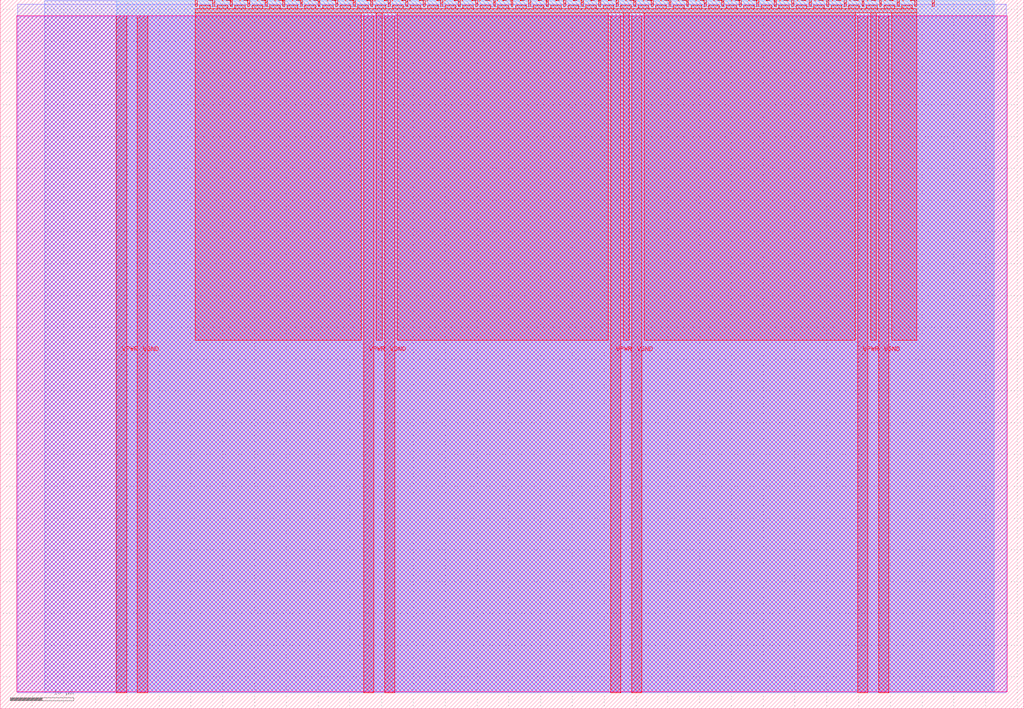
<source format=lef>
VERSION 5.7 ;
  NOWIREEXTENSIONATPIN ON ;
  DIVIDERCHAR "/" ;
  BUSBITCHARS "[]" ;
MACRO tt_um_digital_playground
  CLASS BLOCK ;
  FOREIGN tt_um_digital_playground ;
  ORIGIN 0.000 0.000 ;
  SIZE 161.000 BY 111.520 ;
  PIN VGND
    DIRECTION INOUT ;
    USE GROUND ;
    PORT
      LAYER met4 ;
        RECT 21.580 2.480 23.180 109.040 ;
    END
    PORT
      LAYER met4 ;
        RECT 60.450 2.480 62.050 109.040 ;
    END
    PORT
      LAYER met4 ;
        RECT 99.320 2.480 100.920 109.040 ;
    END
    PORT
      LAYER met4 ;
        RECT 138.190 2.480 139.790 109.040 ;
    END
  END VGND
  PIN VPWR
    DIRECTION INOUT ;
    USE POWER ;
    PORT
      LAYER met4 ;
        RECT 18.280 2.480 19.880 109.040 ;
    END
    PORT
      LAYER met4 ;
        RECT 57.150 2.480 58.750 109.040 ;
    END
    PORT
      LAYER met4 ;
        RECT 96.020 2.480 97.620 109.040 ;
    END
    PORT
      LAYER met4 ;
        RECT 134.890 2.480 136.490 109.040 ;
    END
  END VPWR
  PIN clk
    DIRECTION INPUT ;
    USE SIGNAL ;
    ANTENNAGATEAREA 0.852000 ;
    PORT
      LAYER met4 ;
        RECT 143.830 110.520 144.130 111.520 ;
    END
  END clk
  PIN ena
    DIRECTION INPUT ;
    USE SIGNAL ;
    PORT
      LAYER met4 ;
        RECT 146.590 110.520 146.890 111.520 ;
    END
  END ena
  PIN rst_n
    DIRECTION INPUT ;
    USE SIGNAL ;
    ANTENNAGATEAREA 0.213000 ;
    PORT
      LAYER met4 ;
        RECT 141.070 110.520 141.370 111.520 ;
    END
  END rst_n
  PIN ui_in[0]
    DIRECTION INPUT ;
    USE SIGNAL ;
    ANTENNAGATEAREA 0.159000 ;
    PORT
      LAYER met4 ;
        RECT 138.310 110.520 138.610 111.520 ;
    END
  END ui_in[0]
  PIN ui_in[1]
    DIRECTION INPUT ;
    USE SIGNAL ;
    ANTENNAGATEAREA 0.159000 ;
    PORT
      LAYER met4 ;
        RECT 135.550 110.520 135.850 111.520 ;
    END
  END ui_in[1]
  PIN ui_in[2]
    DIRECTION INPUT ;
    USE SIGNAL ;
    ANTENNAGATEAREA 0.159000 ;
    PORT
      LAYER met4 ;
        RECT 132.790 110.520 133.090 111.520 ;
    END
  END ui_in[2]
  PIN ui_in[3]
    DIRECTION INPUT ;
    USE SIGNAL ;
    ANTENNAGATEAREA 0.213000 ;
    PORT
      LAYER met4 ;
        RECT 130.030 110.520 130.330 111.520 ;
    END
  END ui_in[3]
  PIN ui_in[4]
    DIRECTION INPUT ;
    USE SIGNAL ;
    ANTENNAGATEAREA 0.213000 ;
    PORT
      LAYER met4 ;
        RECT 127.270 110.520 127.570 111.520 ;
    END
  END ui_in[4]
  PIN ui_in[5]
    DIRECTION INPUT ;
    USE SIGNAL ;
    ANTENNAGATEAREA 0.196500 ;
    PORT
      LAYER met4 ;
        RECT 124.510 110.520 124.810 111.520 ;
    END
  END ui_in[5]
  PIN ui_in[6]
    DIRECTION INPUT ;
    USE SIGNAL ;
    ANTENNAGATEAREA 0.126000 ;
    PORT
      LAYER met4 ;
        RECT 121.750 110.520 122.050 111.520 ;
    END
  END ui_in[6]
  PIN ui_in[7]
    DIRECTION INPUT ;
    USE SIGNAL ;
    ANTENNAGATEAREA 0.196500 ;
    PORT
      LAYER met4 ;
        RECT 118.990 110.520 119.290 111.520 ;
    END
  END ui_in[7]
  PIN uio_in[0]
    DIRECTION INPUT ;
    USE SIGNAL ;
    ANTENNAGATEAREA 0.213000 ;
    PORT
      LAYER met4 ;
        RECT 116.230 110.520 116.530 111.520 ;
    END
  END uio_in[0]
  PIN uio_in[1]
    DIRECTION INPUT ;
    USE SIGNAL ;
    ANTENNAGATEAREA 0.196500 ;
    PORT
      LAYER met4 ;
        RECT 113.470 110.520 113.770 111.520 ;
    END
  END uio_in[1]
  PIN uio_in[2]
    DIRECTION INPUT ;
    USE SIGNAL ;
    ANTENNAGATEAREA 0.196500 ;
    PORT
      LAYER met4 ;
        RECT 110.710 110.520 111.010 111.520 ;
    END
  END uio_in[2]
  PIN uio_in[3]
    DIRECTION INPUT ;
    USE SIGNAL ;
    ANTENNAGATEAREA 0.196500 ;
    PORT
      LAYER met4 ;
        RECT 107.950 110.520 108.250 111.520 ;
    END
  END uio_in[3]
  PIN uio_in[4]
    DIRECTION INPUT ;
    USE SIGNAL ;
    ANTENNAGATEAREA 0.213000 ;
    PORT
      LAYER met4 ;
        RECT 105.190 110.520 105.490 111.520 ;
    END
  END uio_in[4]
  PIN uio_in[5]
    DIRECTION INPUT ;
    USE SIGNAL ;
    ANTENNAGATEAREA 0.213000 ;
    PORT
      LAYER met4 ;
        RECT 102.430 110.520 102.730 111.520 ;
    END
  END uio_in[5]
  PIN uio_in[6]
    DIRECTION INPUT ;
    USE SIGNAL ;
    ANTENNAGATEAREA 0.213000 ;
    PORT
      LAYER met4 ;
        RECT 99.670 110.520 99.970 111.520 ;
    END
  END uio_in[6]
  PIN uio_in[7]
    DIRECTION INPUT ;
    USE SIGNAL ;
    ANTENNAGATEAREA 0.213000 ;
    PORT
      LAYER met4 ;
        RECT 96.910 110.520 97.210 111.520 ;
    END
  END uio_in[7]
  PIN uio_oe[0]
    DIRECTION OUTPUT ;
    USE SIGNAL ;
    PORT
      LAYER met4 ;
        RECT 49.990 110.520 50.290 111.520 ;
    END
  END uio_oe[0]
  PIN uio_oe[1]
    DIRECTION OUTPUT ;
    USE SIGNAL ;
    PORT
      LAYER met4 ;
        RECT 47.230 110.520 47.530 111.520 ;
    END
  END uio_oe[1]
  PIN uio_oe[2]
    DIRECTION OUTPUT ;
    USE SIGNAL ;
    PORT
      LAYER met4 ;
        RECT 44.470 110.520 44.770 111.520 ;
    END
  END uio_oe[2]
  PIN uio_oe[3]
    DIRECTION OUTPUT ;
    USE SIGNAL ;
    PORT
      LAYER met4 ;
        RECT 41.710 110.520 42.010 111.520 ;
    END
  END uio_oe[3]
  PIN uio_oe[4]
    DIRECTION OUTPUT ;
    USE SIGNAL ;
    PORT
      LAYER met4 ;
        RECT 38.950 110.520 39.250 111.520 ;
    END
  END uio_oe[4]
  PIN uio_oe[5]
    DIRECTION OUTPUT ;
    USE SIGNAL ;
    PORT
      LAYER met4 ;
        RECT 36.190 110.520 36.490 111.520 ;
    END
  END uio_oe[5]
  PIN uio_oe[6]
    DIRECTION OUTPUT ;
    USE SIGNAL ;
    PORT
      LAYER met4 ;
        RECT 33.430 110.520 33.730 111.520 ;
    END
  END uio_oe[6]
  PIN uio_oe[7]
    DIRECTION OUTPUT ;
    USE SIGNAL ;
    PORT
      LAYER met4 ;
        RECT 30.670 110.520 30.970 111.520 ;
    END
  END uio_oe[7]
  PIN uio_out[0]
    DIRECTION OUTPUT ;
    USE SIGNAL ;
    PORT
      LAYER met4 ;
        RECT 72.070 110.520 72.370 111.520 ;
    END
  END uio_out[0]
  PIN uio_out[1]
    DIRECTION OUTPUT ;
    USE SIGNAL ;
    PORT
      LAYER met4 ;
        RECT 69.310 110.520 69.610 111.520 ;
    END
  END uio_out[1]
  PIN uio_out[2]
    DIRECTION OUTPUT ;
    USE SIGNAL ;
    PORT
      LAYER met4 ;
        RECT 66.550 110.520 66.850 111.520 ;
    END
  END uio_out[2]
  PIN uio_out[3]
    DIRECTION OUTPUT ;
    USE SIGNAL ;
    PORT
      LAYER met4 ;
        RECT 63.790 110.520 64.090 111.520 ;
    END
  END uio_out[3]
  PIN uio_out[4]
    DIRECTION OUTPUT ;
    USE SIGNAL ;
    PORT
      LAYER met4 ;
        RECT 61.030 110.520 61.330 111.520 ;
    END
  END uio_out[4]
  PIN uio_out[5]
    DIRECTION OUTPUT ;
    USE SIGNAL ;
    PORT
      LAYER met4 ;
        RECT 58.270 110.520 58.570 111.520 ;
    END
  END uio_out[5]
  PIN uio_out[6]
    DIRECTION OUTPUT ;
    USE SIGNAL ;
    PORT
      LAYER met4 ;
        RECT 55.510 110.520 55.810 111.520 ;
    END
  END uio_out[6]
  PIN uio_out[7]
    DIRECTION OUTPUT ;
    USE SIGNAL ;
    PORT
      LAYER met4 ;
        RECT 52.750 110.520 53.050 111.520 ;
    END
  END uio_out[7]
  PIN uo_out[0]
    DIRECTION OUTPUT ;
    USE SIGNAL ;
    ANTENNADIFFAREA 0.445500 ;
    PORT
      LAYER met4 ;
        RECT 94.150 110.520 94.450 111.520 ;
    END
  END uo_out[0]
  PIN uo_out[1]
    DIRECTION OUTPUT ;
    USE SIGNAL ;
    ANTENNADIFFAREA 0.891000 ;
    PORT
      LAYER met4 ;
        RECT 91.390 110.520 91.690 111.520 ;
    END
  END uo_out[1]
  PIN uo_out[2]
    DIRECTION OUTPUT ;
    USE SIGNAL ;
    ANTENNADIFFAREA 0.891000 ;
    PORT
      LAYER met4 ;
        RECT 88.630 110.520 88.930 111.520 ;
    END
  END uo_out[2]
  PIN uo_out[3]
    DIRECTION OUTPUT ;
    USE SIGNAL ;
    ANTENNADIFFAREA 0.891000 ;
    PORT
      LAYER met4 ;
        RECT 85.870 110.520 86.170 111.520 ;
    END
  END uo_out[3]
  PIN uo_out[4]
    DIRECTION OUTPUT ;
    USE SIGNAL ;
    ANTENNADIFFAREA 0.462000 ;
    PORT
      LAYER met4 ;
        RECT 83.110 110.520 83.410 111.520 ;
    END
  END uo_out[4]
  PIN uo_out[5]
    DIRECTION OUTPUT ;
    USE SIGNAL ;
    ANTENNADIFFAREA 0.891000 ;
    PORT
      LAYER met4 ;
        RECT 80.350 110.520 80.650 111.520 ;
    END
  END uo_out[5]
  PIN uo_out[6]
    DIRECTION OUTPUT ;
    USE SIGNAL ;
    ANTENNADIFFAREA 0.891000 ;
    PORT
      LAYER met4 ;
        RECT 77.590 110.520 77.890 111.520 ;
    END
  END uo_out[6]
  PIN uo_out[7]
    DIRECTION OUTPUT ;
    USE SIGNAL ;
    ANTENNADIFFAREA 0.643500 ;
    PORT
      LAYER met4 ;
        RECT 74.830 110.520 75.130 111.520 ;
    END
  END uo_out[7]
  OBS
      LAYER nwell ;
        RECT 2.570 2.635 158.430 108.990 ;
      LAYER li1 ;
        RECT 2.760 2.635 158.240 108.885 ;
      LAYER met1 ;
        RECT 2.760 2.480 158.240 110.800 ;
      LAYER met2 ;
        RECT 7.000 2.535 156.310 111.365 ;
      LAYER met3 ;
        RECT 18.290 2.555 156.335 111.345 ;
      LAYER met4 ;
        RECT 31.370 110.120 33.030 110.665 ;
        RECT 34.130 110.120 35.790 110.665 ;
        RECT 36.890 110.120 38.550 110.665 ;
        RECT 39.650 110.120 41.310 110.665 ;
        RECT 42.410 110.120 44.070 110.665 ;
        RECT 45.170 110.120 46.830 110.665 ;
        RECT 47.930 110.120 49.590 110.665 ;
        RECT 50.690 110.120 52.350 110.665 ;
        RECT 53.450 110.120 55.110 110.665 ;
        RECT 56.210 110.120 57.870 110.665 ;
        RECT 58.970 110.120 60.630 110.665 ;
        RECT 61.730 110.120 63.390 110.665 ;
        RECT 64.490 110.120 66.150 110.665 ;
        RECT 67.250 110.120 68.910 110.665 ;
        RECT 70.010 110.120 71.670 110.665 ;
        RECT 72.770 110.120 74.430 110.665 ;
        RECT 75.530 110.120 77.190 110.665 ;
        RECT 78.290 110.120 79.950 110.665 ;
        RECT 81.050 110.120 82.710 110.665 ;
        RECT 83.810 110.120 85.470 110.665 ;
        RECT 86.570 110.120 88.230 110.665 ;
        RECT 89.330 110.120 90.990 110.665 ;
        RECT 92.090 110.120 93.750 110.665 ;
        RECT 94.850 110.120 96.510 110.665 ;
        RECT 97.610 110.120 99.270 110.665 ;
        RECT 100.370 110.120 102.030 110.665 ;
        RECT 103.130 110.120 104.790 110.665 ;
        RECT 105.890 110.120 107.550 110.665 ;
        RECT 108.650 110.120 110.310 110.665 ;
        RECT 111.410 110.120 113.070 110.665 ;
        RECT 114.170 110.120 115.830 110.665 ;
        RECT 116.930 110.120 118.590 110.665 ;
        RECT 119.690 110.120 121.350 110.665 ;
        RECT 122.450 110.120 124.110 110.665 ;
        RECT 125.210 110.120 126.870 110.665 ;
        RECT 127.970 110.120 129.630 110.665 ;
        RECT 130.730 110.120 132.390 110.665 ;
        RECT 133.490 110.120 135.150 110.665 ;
        RECT 136.250 110.120 137.910 110.665 ;
        RECT 139.010 110.120 140.670 110.665 ;
        RECT 141.770 110.120 143.430 110.665 ;
        RECT 30.655 109.440 144.145 110.120 ;
        RECT 30.655 57.975 56.750 109.440 ;
        RECT 59.150 57.975 60.050 109.440 ;
        RECT 62.450 57.975 95.620 109.440 ;
        RECT 98.020 57.975 98.920 109.440 ;
        RECT 101.320 57.975 134.490 109.440 ;
        RECT 136.890 57.975 137.790 109.440 ;
        RECT 140.190 57.975 144.145 109.440 ;
  END
END tt_um_digital_playground
END LIBRARY


</source>
